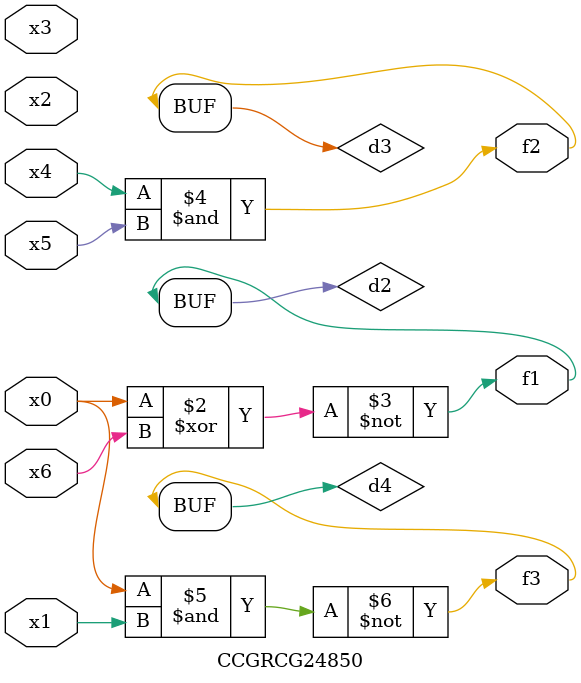
<source format=v>
module CCGRCG24850(
	input x0, x1, x2, x3, x4, x5, x6,
	output f1, f2, f3
);

	wire d1, d2, d3, d4;

	nor (d1, x0);
	xnor (d2, x0, x6);
	and (d3, x4, x5);
	nand (d4, x0, x1);
	assign f1 = d2;
	assign f2 = d3;
	assign f3 = d4;
endmodule

</source>
